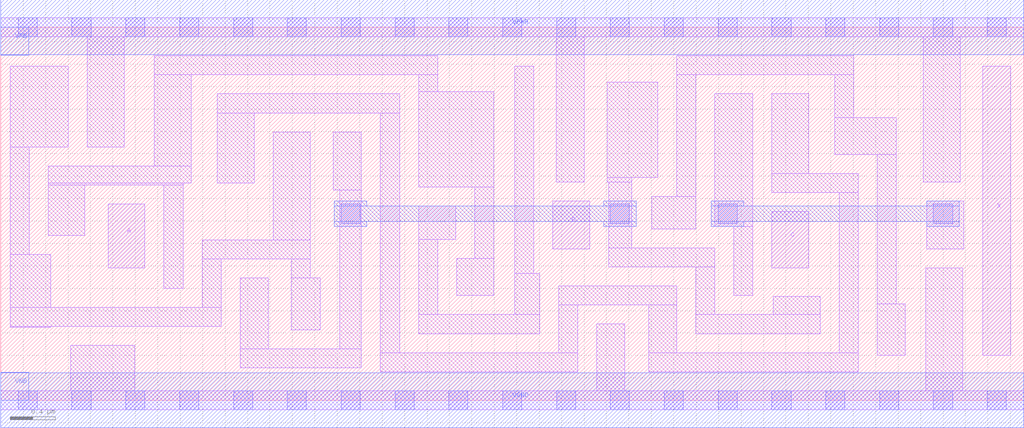
<source format=lef>
# Copyright 2020 The SkyWater PDK Authors
#
# Licensed under the Apache License, Version 2.0 (the "License");
# you may not use this file except in compliance with the License.
# You may obtain a copy of the License at
#
#     https://www.apache.org/licenses/LICENSE-2.0
#
# Unless required by applicable law or agreed to in writing, software
# distributed under the License is distributed on an "AS IS" BASIS,
# WITHOUT WARRANTIES OR CONDITIONS OF ANY KIND, either express or implied.
# See the License for the specific language governing permissions and
# limitations under the License.
#
# SPDX-License-Identifier: Apache-2.0

VERSION 5.5 ;
NAMESCASESENSITIVE ON ;
BUSBITCHARS "[]" ;
DIVIDERCHAR "/" ;
MACRO sky130_fd_sc_hs__xor3_1
  CLASS CORE ;
  SOURCE USER ;
  ORIGIN  0.000000  0.000000 ;
  SIZE  9.120000 BY  3.330000 ;
  SYMMETRY X Y ;
  SITE unit ;
  PIN A
    ANTENNAGATEAREA  0.246000 ;
    DIRECTION INPUT ;
    USE SIGNAL ;
    PORT
      LAYER li1 ;
        RECT 0.960000 1.180000 1.285000 1.750000 ;
    END
  END A
  PIN B
    ANTENNAGATEAREA  0.693000 ;
    DIRECTION INPUT ;
    USE SIGNAL ;
    PORT
      LAYER li1 ;
        RECT 4.920000 1.350000 5.250000 1.780000 ;
    END
  END B
  PIN C
    ANTENNAGATEAREA  0.381000 ;
    DIRECTION INPUT ;
    USE SIGNAL ;
    PORT
      LAYER li1 ;
        RECT 6.875000 1.180000 7.205000 1.685000 ;
    END
  END C
  PIN X
    ANTENNADIFFAREA  0.541300 ;
    DIRECTION OUTPUT ;
    USE SIGNAL ;
    PORT
      LAYER li1 ;
        RECT 8.755000 0.400000 9.005000 2.980000 ;
    END
  END X
  PIN VGND
    DIRECTION INOUT ;
    USE GROUND ;
    PORT
      LAYER met1 ;
        RECT 0.000000 -0.245000 9.120000 0.245000 ;
    END
  END VGND
  PIN VNB
    DIRECTION INOUT ;
    USE GROUND ;
    PORT
      LAYER met1 ;
        RECT 0.000000 0.000000 0.250000 0.250000 ;
    END
  END VNB
  PIN VPB
    DIRECTION INOUT ;
    USE POWER ;
    PORT
      LAYER met1 ;
        RECT 0.000000 3.080000 0.250000 3.330000 ;
    END
  END VPB
  PIN VPWR
    DIRECTION INOUT ;
    USE POWER ;
    PORT
      LAYER met1 ;
        RECT 0.000000 3.085000 9.120000 3.575000 ;
    END
  END VPWR
  OBS
    LAYER li1 ;
      RECT 0.000000 -0.085000 9.120000 0.085000 ;
      RECT 0.000000  3.245000 9.120000 3.415000 ;
      RECT 0.085000  0.650000 0.445000 0.660000 ;
      RECT 0.085000  0.660000 1.965000 0.830000 ;
      RECT 0.085000  0.830000 0.445000 1.300000 ;
      RECT 0.085000  1.300000 0.255000 2.260000 ;
      RECT 0.085000  2.260000 0.600000 2.980000 ;
      RECT 0.425000  1.470000 0.750000 1.920000 ;
      RECT 0.425000  1.920000 1.625000 1.940000 ;
      RECT 0.425000  1.940000 1.700000 2.090000 ;
      RECT 0.625000  0.085000 1.195000 0.490000 ;
      RECT 0.770000  2.260000 1.100000 3.245000 ;
      RECT 1.370000  2.090000 1.700000 2.905000 ;
      RECT 1.370000  2.905000 3.895000 3.075000 ;
      RECT 1.455000  1.000000 1.625000 1.920000 ;
      RECT 1.795000  0.830000 1.965000 1.260000 ;
      RECT 1.795000  1.260000 2.760000 1.430000 ;
      RECT 1.930000  1.940000 2.260000 2.565000 ;
      RECT 1.930000  2.565000 3.555000 2.735000 ;
      RECT 2.135000  0.290000 3.215000 0.460000 ;
      RECT 2.135000  0.460000 2.385000 1.090000 ;
      RECT 2.430000  1.430000 2.760000 2.395000 ;
      RECT 2.590000  0.630000 2.850000 1.090000 ;
      RECT 2.590000  1.090000 2.760000 1.260000 ;
      RECT 2.965000  1.875000 3.215000 2.395000 ;
      RECT 3.020000  0.460000 3.215000 1.875000 ;
      RECT 3.385000  0.255000 5.145000 0.425000 ;
      RECT 3.385000  0.425000 3.555000 2.565000 ;
      RECT 3.725000  0.595000 4.805000 0.765000 ;
      RECT 3.725000  0.765000 3.895000 1.435000 ;
      RECT 3.725000  1.435000 4.055000 1.735000 ;
      RECT 3.725000  1.905000 4.395000 2.755000 ;
      RECT 3.725000  2.755000 3.895000 2.905000 ;
      RECT 4.065000  0.935000 4.395000 1.265000 ;
      RECT 4.225000  1.265000 4.395000 1.905000 ;
      RECT 4.580000  0.765000 4.805000 1.130000 ;
      RECT 4.580000  1.130000 4.750000 2.980000 ;
      RECT 4.950000  1.950000 5.200000 3.245000 ;
      RECT 4.975000  0.425000 5.145000 0.850000 ;
      RECT 4.975000  0.850000 6.025000 1.020000 ;
      RECT 5.315000  0.085000 5.565000 0.680000 ;
      RECT 5.405000  1.950000 5.625000 1.990000 ;
      RECT 5.405000  1.990000 5.855000 2.840000 ;
      RECT 5.420000  1.190000 6.365000 1.360000 ;
      RECT 5.420000  1.360000 5.625000 1.950000 ;
      RECT 5.775000  0.255000 7.645000 0.425000 ;
      RECT 5.775000  0.425000 6.025000 0.850000 ;
      RECT 5.805000  1.530000 6.195000 1.820000 ;
      RECT 6.025000  1.820000 6.195000 2.905000 ;
      RECT 6.025000  2.905000 7.605000 3.075000 ;
      RECT 6.195000  0.595000 7.305000 0.765000 ;
      RECT 6.195000  0.765000 6.365000 1.190000 ;
      RECT 6.365000  1.550000 6.705000 2.735000 ;
      RECT 6.535000  0.935000 6.705000 1.550000 ;
      RECT 6.875000  1.855000 7.645000 2.025000 ;
      RECT 6.875000  2.025000 7.205000 2.735000 ;
      RECT 6.885000  0.765000 7.305000 0.925000 ;
      RECT 7.435000  2.195000 7.985000 2.525000 ;
      RECT 7.435000  2.525000 7.605000 2.905000 ;
      RECT 7.475000  0.425000 7.645000 1.855000 ;
      RECT 7.815000  0.400000 8.065000 0.860000 ;
      RECT 7.815000  0.860000 7.985000 2.195000 ;
      RECT 8.225000  1.950000 8.555000 3.245000 ;
      RECT 8.245000  0.085000 8.575000 1.180000 ;
      RECT 8.255000  1.350000 8.585000 1.780000 ;
    LAYER mcon ;
      RECT 0.155000 -0.085000 0.325000 0.085000 ;
      RECT 0.155000  3.245000 0.325000 3.415000 ;
      RECT 0.635000 -0.085000 0.805000 0.085000 ;
      RECT 0.635000  3.245000 0.805000 3.415000 ;
      RECT 1.115000 -0.085000 1.285000 0.085000 ;
      RECT 1.115000  3.245000 1.285000 3.415000 ;
      RECT 1.595000 -0.085000 1.765000 0.085000 ;
      RECT 1.595000  3.245000 1.765000 3.415000 ;
      RECT 2.075000 -0.085000 2.245000 0.085000 ;
      RECT 2.075000  3.245000 2.245000 3.415000 ;
      RECT 2.555000 -0.085000 2.725000 0.085000 ;
      RECT 2.555000  3.245000 2.725000 3.415000 ;
      RECT 3.035000 -0.085000 3.205000 0.085000 ;
      RECT 3.035000  1.580000 3.205000 1.750000 ;
      RECT 3.035000  3.245000 3.205000 3.415000 ;
      RECT 3.515000 -0.085000 3.685000 0.085000 ;
      RECT 3.515000  3.245000 3.685000 3.415000 ;
      RECT 3.995000 -0.085000 4.165000 0.085000 ;
      RECT 3.995000  3.245000 4.165000 3.415000 ;
      RECT 4.475000 -0.085000 4.645000 0.085000 ;
      RECT 4.475000  3.245000 4.645000 3.415000 ;
      RECT 4.955000 -0.085000 5.125000 0.085000 ;
      RECT 4.955000  3.245000 5.125000 3.415000 ;
      RECT 5.435000 -0.085000 5.605000 0.085000 ;
      RECT 5.435000  1.580000 5.605000 1.750000 ;
      RECT 5.435000  3.245000 5.605000 3.415000 ;
      RECT 5.915000 -0.085000 6.085000 0.085000 ;
      RECT 5.915000  3.245000 6.085000 3.415000 ;
      RECT 6.395000 -0.085000 6.565000 0.085000 ;
      RECT 6.395000  1.580000 6.565000 1.750000 ;
      RECT 6.395000  3.245000 6.565000 3.415000 ;
      RECT 6.875000 -0.085000 7.045000 0.085000 ;
      RECT 6.875000  3.245000 7.045000 3.415000 ;
      RECT 7.355000 -0.085000 7.525000 0.085000 ;
      RECT 7.355000  3.245000 7.525000 3.415000 ;
      RECT 7.835000 -0.085000 8.005000 0.085000 ;
      RECT 7.835000  3.245000 8.005000 3.415000 ;
      RECT 8.315000 -0.085000 8.485000 0.085000 ;
      RECT 8.315000  1.580000 8.485000 1.750000 ;
      RECT 8.315000  3.245000 8.485000 3.415000 ;
      RECT 8.795000 -0.085000 8.965000 0.085000 ;
      RECT 8.795000  3.245000 8.965000 3.415000 ;
    LAYER met1 ;
      RECT 2.975000 1.550000 3.265000 1.595000 ;
      RECT 2.975000 1.595000 5.665000 1.735000 ;
      RECT 2.975000 1.735000 3.265000 1.780000 ;
      RECT 5.375000 1.550000 5.665000 1.595000 ;
      RECT 5.375000 1.735000 5.665000 1.780000 ;
      RECT 6.335000 1.550000 6.625000 1.595000 ;
      RECT 6.335000 1.595000 8.545000 1.735000 ;
      RECT 6.335000 1.735000 6.625000 1.780000 ;
      RECT 8.255000 1.550000 8.545000 1.595000 ;
      RECT 8.255000 1.735000 8.545000 1.780000 ;
  END
END sky130_fd_sc_hs__xor3_1
END LIBRARY

</source>
